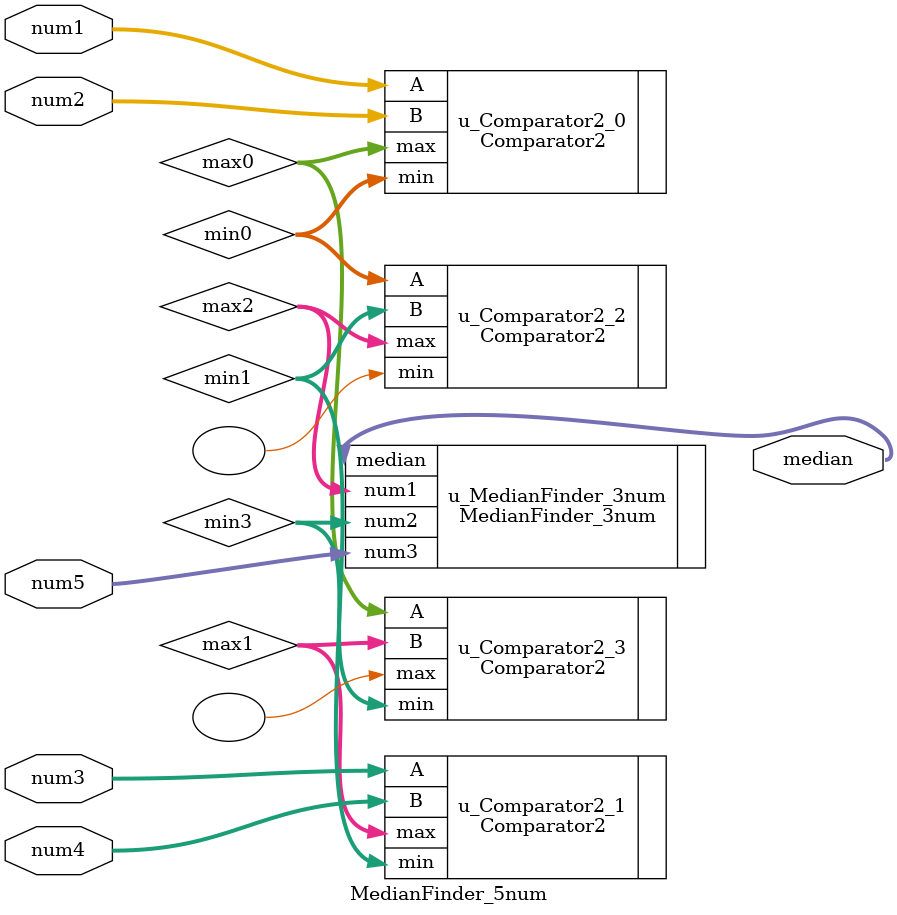
<source format=v>
module MedianFinder_5num(
           input  [3:0] 	num1  ,
           input  [3:0] 	num2  ,
           input  [3:0] 	num3  ,
           input  [3:0] 	num4  ,
           input  [3:0] 	num5  ,
           output [3:0] 	median
       );

wire [3:0] min0, max0, min1, max1, max2, min3;

Comparator2 u_Comparator2_0(
                .A(num1),
                .B(num2),
                .min(min0),
                .max(max0)
            );

Comparator2 u_Comparator2_1(
                .A(num3),
                .B(num4),
                .min(min1),
                .max(max1)
            );

Comparator2 u_Comparator2_2(
                .A(min0),
                .B(min1),
                .min(),
                .max(max2)
            );

Comparator2 u_Comparator2_3(
                .A(max0),
                .B(max1),
                .min(min3),
                .max()
            );

MedianFinder_3num u_MedianFinder_3num(
                      .num1(max2),
                      .num2(min3),
                      .num3(num5),
                      .median(median)
                  );

endmodule

</source>
